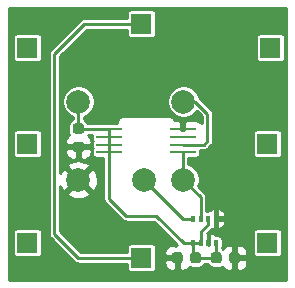
<source format=gbr>
%TF.GenerationSoftware,KiCad,Pcbnew,(5.1.10)-1*%
%TF.CreationDate,2023-09-10T10:41:42-05:00*%
%TF.ProjectId,perovskite_contact_board,7065726f-7673-46b6-9974-655f636f6e74,V3*%
%TF.SameCoordinates,Original*%
%TF.FileFunction,Copper,L2,Bot*%
%TF.FilePolarity,Positive*%
%FSLAX46Y46*%
G04 Gerber Fmt 4.6, Leading zero omitted, Abs format (unit mm)*
G04 Created by KiCad (PCBNEW (5.1.10)-1) date 2023-09-10 10:41:42*
%MOMM*%
%LPD*%
G01*
G04 APERTURE LIST*
%TA.AperFunction,SMDPad,CuDef*%
%ADD10C,2.000000*%
%TD*%
%TA.AperFunction,ComponentPad*%
%ADD11R,1.700000X1.700000*%
%TD*%
%TA.AperFunction,SMDPad,CuDef*%
%ADD12R,0.350000X0.500000*%
%TD*%
%TA.AperFunction,SMDPad,CuDef*%
%ADD13R,2.200000X0.220000*%
%TD*%
%TA.AperFunction,Conductor*%
%ADD14C,0.228600*%
%TD*%
%TA.AperFunction,Conductor*%
%ADD15C,0.254000*%
%TD*%
%TA.AperFunction,Conductor*%
%ADD16C,0.100000*%
%TD*%
G04 APERTURE END LIST*
D10*
%TO.P,JP103.2,1*%
%TO.N,SCL2*%
X162814000Y-113792000D03*
%TD*%
D11*
%TO.P,JP102.7,1*%
%TO.N,CP_3*%
X162560000Y-100584000D03*
%TD*%
%TO.P,JP102.6,1*%
%TO.N,CELL_18*%
X173228000Y-119126000D03*
%TD*%
%TO.P,JP102.5,1*%
%TO.N,CELL_17*%
X173228000Y-110744000D03*
%TD*%
%TO.P,JP102.4,1*%
%TO.N,CELL_16*%
X173482000Y-102616000D03*
%TD*%
%TO.P,JP102.3,1*%
%TO.N,CELL_15*%
X152908000Y-102616000D03*
%TD*%
%TO.P,JP102.2,1*%
%TO.N,CELL_14*%
X152908000Y-110744000D03*
%TD*%
%TO.P,JP102.1,1*%
%TO.N,CELL_13*%
X152908000Y-119126000D03*
%TD*%
%TO.P,JP102.8,1*%
%TO.N,CP_3*%
X162560000Y-120396000D03*
%TD*%
D12*
%TO.P,U7,5*%
%TO.N,VDDF*%
X166919000Y-119135000D03*
%TO.P,U7,6*%
X167569000Y-119135000D03*
%TO.P,U7,7*%
%TO.N,GND*%
X168219000Y-119135000D03*
%TO.P,U7,8*%
%TO.N,VDDF*%
X168869000Y-119135000D03*
%TO.P,U7,1*%
%TO.N,GND*%
X168869000Y-117085000D03*
%TO.P,U7,2*%
%TO.N,VDDF*%
X168219000Y-117085000D03*
%TO.P,U7,3*%
%TO.N,SDA3*%
X167569000Y-117085000D03*
%TO.P,U7,4*%
%TO.N,SCL2*%
X166919000Y-117085000D03*
%TD*%
%TO.P,C5,2*%
%TO.N,GND*%
%TA.AperFunction,SMDPad,CuDef*%
G36*
G01*
X156976000Y-110561000D02*
X157476000Y-110561000D01*
G75*
G02*
X157701000Y-110786000I0J-225000D01*
G01*
X157701000Y-111236000D01*
G75*
G02*
X157476000Y-111461000I-225000J0D01*
G01*
X156976000Y-111461000D01*
G75*
G02*
X156751000Y-111236000I0J225000D01*
G01*
X156751000Y-110786000D01*
G75*
G02*
X156976000Y-110561000I225000J0D01*
G01*
G37*
%TD.AperFunction*%
%TO.P,C5,1*%
%TO.N,VDDF*%
%TA.AperFunction,SMDPad,CuDef*%
G36*
G01*
X156976000Y-109011000D02*
X157476000Y-109011000D01*
G75*
G02*
X157701000Y-109236000I0J-225000D01*
G01*
X157701000Y-109686000D01*
G75*
G02*
X157476000Y-109911000I-225000J0D01*
G01*
X156976000Y-109911000D01*
G75*
G02*
X156751000Y-109686000I0J225000D01*
G01*
X156751000Y-109236000D01*
G75*
G02*
X156976000Y-109011000I225000J0D01*
G01*
G37*
%TD.AperFunction*%
%TD*%
%TO.P,C2,2*%
%TO.N,GND*%
%TA.AperFunction,SMDPad,CuDef*%
G36*
G01*
X169997000Y-120646000D02*
X169997000Y-120146000D01*
G75*
G02*
X170222000Y-119921000I225000J0D01*
G01*
X170672000Y-119921000D01*
G75*
G02*
X170897000Y-120146000I0J-225000D01*
G01*
X170897000Y-120646000D01*
G75*
G02*
X170672000Y-120871000I-225000J0D01*
G01*
X170222000Y-120871000D01*
G75*
G02*
X169997000Y-120646000I0J225000D01*
G01*
G37*
%TD.AperFunction*%
%TO.P,C2,1*%
%TO.N,VDDF*%
%TA.AperFunction,SMDPad,CuDef*%
G36*
G01*
X168447000Y-120646000D02*
X168447000Y-120146000D01*
G75*
G02*
X168672000Y-119921000I225000J0D01*
G01*
X169122000Y-119921000D01*
G75*
G02*
X169347000Y-120146000I0J-225000D01*
G01*
X169347000Y-120646000D01*
G75*
G02*
X169122000Y-120871000I-225000J0D01*
G01*
X168672000Y-120871000D01*
G75*
G02*
X168447000Y-120646000I0J225000D01*
G01*
G37*
%TD.AperFunction*%
%TD*%
%TO.P,C1,2*%
%TO.N,GND*%
%TA.AperFunction,SMDPad,CuDef*%
G36*
G01*
X166045000Y-120146000D02*
X166045000Y-120646000D01*
G75*
G02*
X165820000Y-120871000I-225000J0D01*
G01*
X165370000Y-120871000D01*
G75*
G02*
X165145000Y-120646000I0J225000D01*
G01*
X165145000Y-120146000D01*
G75*
G02*
X165370000Y-119921000I225000J0D01*
G01*
X165820000Y-119921000D01*
G75*
G02*
X166045000Y-120146000I0J-225000D01*
G01*
G37*
%TD.AperFunction*%
%TO.P,C1,1*%
%TO.N,VDDF*%
%TA.AperFunction,SMDPad,CuDef*%
G36*
G01*
X167595000Y-120146000D02*
X167595000Y-120646000D01*
G75*
G02*
X167370000Y-120871000I-225000J0D01*
G01*
X166920000Y-120871000D01*
G75*
G02*
X166695000Y-120646000I0J225000D01*
G01*
X166695000Y-120146000D01*
G75*
G02*
X166920000Y-119921000I225000J0D01*
G01*
X167370000Y-119921000D01*
G75*
G02*
X167595000Y-120146000I0J-225000D01*
G01*
G37*
%TD.AperFunction*%
%TD*%
D10*
%TO.P,JP103.11,1*%
%TO.N,SCL3*%
X166116000Y-107188000D03*
%TD*%
%TO.P,JP103.10,1*%
%TO.N,VDDF*%
X157226000Y-107188000D03*
%TD*%
%TO.P,JP103.12,1*%
%TO.N,SDA3*%
X166116000Y-113792000D03*
%TD*%
%TO.P,JP103.1,1*%
%TO.N,GND*%
X157226000Y-113792000D03*
%TD*%
D13*
%TO.P,U6,5*%
%TO.N,VDDF*%
X159841000Y-109515000D03*
%TO.P,U6,4*%
%TO.N,GND*%
X166041000Y-109515000D03*
%TO.P,U6,6*%
%TO.N,VDDF*%
X159841000Y-110165000D03*
%TO.P,U6,3*%
%TO.N,Net-(U6-Pad3)*%
X166041000Y-110165000D03*
%TO.P,U6,7*%
%TO.N,VDDF*%
X159841000Y-110815000D03*
%TO.P,U6,2*%
%TO.N,SCL3*%
X166041000Y-110815000D03*
%TO.P,U6,8*%
%TO.N,VDDF*%
X159841000Y-111465000D03*
%TO.P,U6,1*%
%TO.N,SDA3*%
X166041000Y-111465000D03*
%TD*%
D14*
%TO.N,CP_3*%
X162560000Y-120396000D02*
X157226000Y-120396000D01*
X157226000Y-120396000D02*
X155194000Y-118364000D01*
X155194000Y-118364000D02*
X155194000Y-103124000D01*
X157734000Y-100584000D02*
X162560000Y-100584000D01*
X155194000Y-103124000D02*
X157734000Y-100584000D01*
%TO.N,VDDF*%
X168897000Y-120396000D02*
X167145000Y-120396000D01*
X167569000Y-119135000D02*
X166919000Y-119135000D01*
X168869000Y-120368000D02*
X168897000Y-120396000D01*
X168869000Y-119135000D02*
X168869000Y-120368000D01*
X166919000Y-120170000D02*
X167145000Y-120396000D01*
X166919000Y-119135000D02*
X166919000Y-120170000D01*
%TO.N,SCL3*%
X166041000Y-110815000D02*
X167823000Y-110815000D01*
X167823000Y-110815000D02*
X168148000Y-110490000D01*
X168148000Y-110490000D02*
X168148000Y-108204000D01*
X167132000Y-107188000D02*
X166116000Y-107188000D01*
X168148000Y-108204000D02*
X167132000Y-107188000D01*
%TO.N,VDDF*%
X157280000Y-109515000D02*
X157226000Y-109461000D01*
X159841000Y-109515000D02*
X157280000Y-109515000D01*
X157226000Y-107188000D02*
X157226000Y-109461000D01*
X168219000Y-117085000D02*
X168219000Y-117531000D01*
X167569000Y-118181000D02*
X167569000Y-119135000D01*
X168219000Y-117531000D02*
X167569000Y-118181000D01*
X159841000Y-115391000D02*
X159841000Y-111073000D01*
X161290000Y-116840000D02*
X159841000Y-115391000D01*
X163830000Y-116840000D02*
X161290000Y-116840000D01*
X166125000Y-119135000D02*
X163830000Y-116840000D01*
X159841000Y-111073000D02*
X159841000Y-111465000D01*
X166919000Y-119135000D02*
X166125000Y-119135000D01*
X159841000Y-109515000D02*
X159841000Y-111073000D01*
%TO.N,SCL2*%
X166107000Y-117085000D02*
X162814000Y-113792000D01*
X166919000Y-117085000D02*
X166107000Y-117085000D01*
%TO.N,SDA3*%
X166041000Y-113717000D02*
X166116000Y-113792000D01*
X166041000Y-111465000D02*
X166041000Y-113717000D01*
X167569000Y-115245000D02*
X166116000Y-113792000D01*
X167569000Y-117085000D02*
X167569000Y-115245000D01*
%TD*%
D15*
%TO.N,GND*%
X174829001Y-122251000D02*
X151307000Y-122251000D01*
X151307000Y-118276000D01*
X151675157Y-118276000D01*
X151675157Y-119976000D01*
X151682513Y-120050689D01*
X151704299Y-120122508D01*
X151739678Y-120188696D01*
X151787289Y-120246711D01*
X151845304Y-120294322D01*
X151911492Y-120329701D01*
X151983311Y-120351487D01*
X152058000Y-120358843D01*
X153758000Y-120358843D01*
X153832689Y-120351487D01*
X153904508Y-120329701D01*
X153970696Y-120294322D01*
X154028711Y-120246711D01*
X154076322Y-120188696D01*
X154111701Y-120122508D01*
X154133487Y-120050689D01*
X154140843Y-119976000D01*
X154140843Y-118276000D01*
X154133487Y-118201311D01*
X154111701Y-118129492D01*
X154076322Y-118063304D01*
X154028711Y-118005289D01*
X153970696Y-117957678D01*
X153904508Y-117922299D01*
X153832689Y-117900513D01*
X153758000Y-117893157D01*
X152058000Y-117893157D01*
X151983311Y-117900513D01*
X151911492Y-117922299D01*
X151845304Y-117957678D01*
X151787289Y-118005289D01*
X151739678Y-118063304D01*
X151704299Y-118129492D01*
X151682513Y-118201311D01*
X151675157Y-118276000D01*
X151307000Y-118276000D01*
X151307000Y-109894000D01*
X151675157Y-109894000D01*
X151675157Y-111594000D01*
X151682513Y-111668689D01*
X151704299Y-111740508D01*
X151739678Y-111806696D01*
X151787289Y-111864711D01*
X151845304Y-111912322D01*
X151911492Y-111947701D01*
X151983311Y-111969487D01*
X152058000Y-111976843D01*
X153758000Y-111976843D01*
X153832689Y-111969487D01*
X153904508Y-111947701D01*
X153970696Y-111912322D01*
X154028711Y-111864711D01*
X154076322Y-111806696D01*
X154111701Y-111740508D01*
X154133487Y-111668689D01*
X154140843Y-111594000D01*
X154140843Y-109894000D01*
X154133487Y-109819311D01*
X154111701Y-109747492D01*
X154076322Y-109681304D01*
X154028711Y-109623289D01*
X153970696Y-109575678D01*
X153904508Y-109540299D01*
X153832689Y-109518513D01*
X153758000Y-109511157D01*
X152058000Y-109511157D01*
X151983311Y-109518513D01*
X151911492Y-109540299D01*
X151845304Y-109575678D01*
X151787289Y-109623289D01*
X151739678Y-109681304D01*
X151704299Y-109747492D01*
X151682513Y-109819311D01*
X151675157Y-109894000D01*
X151307000Y-109894000D01*
X151307000Y-101766000D01*
X151675157Y-101766000D01*
X151675157Y-103466000D01*
X151682513Y-103540689D01*
X151704299Y-103612508D01*
X151739678Y-103678696D01*
X151787289Y-103736711D01*
X151845304Y-103784322D01*
X151911492Y-103819701D01*
X151983311Y-103841487D01*
X152058000Y-103848843D01*
X153758000Y-103848843D01*
X153832689Y-103841487D01*
X153904508Y-103819701D01*
X153970696Y-103784322D01*
X154028711Y-103736711D01*
X154076322Y-103678696D01*
X154111701Y-103612508D01*
X154133487Y-103540689D01*
X154140843Y-103466000D01*
X154140843Y-103124000D01*
X154696305Y-103124000D01*
X154698701Y-103148327D01*
X154698700Y-118339683D01*
X154696305Y-118364000D01*
X154698700Y-118388317D01*
X154698700Y-118388326D01*
X154705867Y-118461095D01*
X154734189Y-118554459D01*
X154780181Y-118640505D01*
X154842076Y-118715924D01*
X154860975Y-118731434D01*
X156858570Y-120729030D01*
X156874076Y-120747924D01*
X156949495Y-120809819D01*
X157035540Y-120855811D01*
X157128904Y-120884133D01*
X157201673Y-120891300D01*
X157201683Y-120891300D01*
X157226000Y-120893695D01*
X157250317Y-120891300D01*
X161327157Y-120891300D01*
X161327157Y-121246000D01*
X161334513Y-121320689D01*
X161356299Y-121392508D01*
X161391678Y-121458696D01*
X161439289Y-121516711D01*
X161497304Y-121564322D01*
X161563492Y-121599701D01*
X161635311Y-121621487D01*
X161710000Y-121628843D01*
X163410000Y-121628843D01*
X163484689Y-121621487D01*
X163556508Y-121599701D01*
X163622696Y-121564322D01*
X163680711Y-121516711D01*
X163728322Y-121458696D01*
X163763701Y-121392508D01*
X163785487Y-121320689D01*
X163792843Y-121246000D01*
X163792843Y-120871000D01*
X164506928Y-120871000D01*
X164519188Y-120995482D01*
X164555498Y-121115180D01*
X164614463Y-121225494D01*
X164693815Y-121322185D01*
X164790506Y-121401537D01*
X164900820Y-121460502D01*
X165020518Y-121496812D01*
X165145000Y-121509072D01*
X165309250Y-121506000D01*
X165468000Y-121347250D01*
X165468000Y-120523000D01*
X164668750Y-120523000D01*
X164510000Y-120681750D01*
X164506928Y-120871000D01*
X163792843Y-120871000D01*
X163792843Y-119546000D01*
X163785487Y-119471311D01*
X163763701Y-119399492D01*
X163728322Y-119333304D01*
X163680711Y-119275289D01*
X163622696Y-119227678D01*
X163556508Y-119192299D01*
X163484689Y-119170513D01*
X163410000Y-119163157D01*
X161710000Y-119163157D01*
X161635311Y-119170513D01*
X161563492Y-119192299D01*
X161497304Y-119227678D01*
X161439289Y-119275289D01*
X161391678Y-119333304D01*
X161356299Y-119399492D01*
X161334513Y-119471311D01*
X161327157Y-119546000D01*
X161327157Y-119900700D01*
X157431160Y-119900700D01*
X155689300Y-118158841D01*
X155689300Y-114927413D01*
X156270192Y-114927413D01*
X156365956Y-115191814D01*
X156655571Y-115332704D01*
X156967108Y-115414384D01*
X157288595Y-115433718D01*
X157607675Y-115389961D01*
X157912088Y-115284795D01*
X158086044Y-115191814D01*
X158181808Y-114927413D01*
X157226000Y-113971605D01*
X156270192Y-114927413D01*
X155689300Y-114927413D01*
X155689300Y-114351001D01*
X155733205Y-114478088D01*
X155826186Y-114652044D01*
X156090587Y-114747808D01*
X157046395Y-113792000D01*
X157405605Y-113792000D01*
X158361413Y-114747808D01*
X158625814Y-114652044D01*
X158766704Y-114362429D01*
X158848384Y-114050892D01*
X158867718Y-113729405D01*
X158823961Y-113410325D01*
X158718795Y-113105912D01*
X158625814Y-112931956D01*
X158361413Y-112836192D01*
X157405605Y-113792000D01*
X157046395Y-113792000D01*
X156090587Y-112836192D01*
X155826186Y-112931956D01*
X155689300Y-113213340D01*
X155689300Y-112656587D01*
X156270192Y-112656587D01*
X157226000Y-113612395D01*
X158181808Y-112656587D01*
X158086044Y-112392186D01*
X157796429Y-112251296D01*
X157484892Y-112169616D01*
X157163405Y-112150282D01*
X156844325Y-112194039D01*
X156539912Y-112299205D01*
X156365956Y-112392186D01*
X156270192Y-112656587D01*
X155689300Y-112656587D01*
X155689300Y-111461000D01*
X156112928Y-111461000D01*
X156125188Y-111585482D01*
X156161498Y-111705180D01*
X156220463Y-111815494D01*
X156299815Y-111912185D01*
X156396506Y-111991537D01*
X156506820Y-112050502D01*
X156626518Y-112086812D01*
X156751000Y-112099072D01*
X156940250Y-112096000D01*
X157099000Y-111937250D01*
X157099000Y-111138000D01*
X157353000Y-111138000D01*
X157353000Y-111937250D01*
X157511750Y-112096000D01*
X157701000Y-112099072D01*
X157825482Y-112086812D01*
X157945180Y-112050502D01*
X158055494Y-111991537D01*
X158152185Y-111912185D01*
X158231537Y-111815494D01*
X158290502Y-111705180D01*
X158326812Y-111585482D01*
X158339072Y-111461000D01*
X158336000Y-111296750D01*
X158177250Y-111138000D01*
X157353000Y-111138000D01*
X157099000Y-111138000D01*
X156274750Y-111138000D01*
X156116000Y-111296750D01*
X156112928Y-111461000D01*
X155689300Y-111461000D01*
X155689300Y-107051983D01*
X155845000Y-107051983D01*
X155845000Y-107324017D01*
X155898071Y-107590823D01*
X156002174Y-107842149D01*
X156153307Y-108068336D01*
X156345664Y-108260693D01*
X156571851Y-108411826D01*
X156730701Y-108477624D01*
X156730701Y-108681208D01*
X156638301Y-108730597D01*
X156546190Y-108806190D01*
X156470597Y-108898301D01*
X156414426Y-109003389D01*
X156379837Y-109117416D01*
X156368157Y-109236000D01*
X156368157Y-109686000D01*
X156379837Y-109804584D01*
X156414426Y-109918611D01*
X156456945Y-109998157D01*
X156396506Y-110030463D01*
X156299815Y-110109815D01*
X156220463Y-110206506D01*
X156161498Y-110316820D01*
X156125188Y-110436518D01*
X156112928Y-110561000D01*
X156116000Y-110725250D01*
X156274750Y-110884000D01*
X157099000Y-110884000D01*
X157099000Y-110864000D01*
X157353000Y-110864000D01*
X157353000Y-110884000D01*
X158177250Y-110884000D01*
X158336000Y-110725250D01*
X158339072Y-110561000D01*
X158326812Y-110436518D01*
X158290502Y-110316820D01*
X158231537Y-110206506D01*
X158152185Y-110109815D01*
X158055494Y-110030463D01*
X158017772Y-110010300D01*
X158362559Y-110010300D01*
X158358157Y-110055000D01*
X158358157Y-110275000D01*
X158365513Y-110349689D01*
X158387299Y-110421508D01*
X158422678Y-110487696D01*
X158424569Y-110490000D01*
X158422678Y-110492304D01*
X158387299Y-110558492D01*
X158365513Y-110630311D01*
X158358157Y-110705000D01*
X158358157Y-110925000D01*
X158365513Y-110999689D01*
X158387299Y-111071508D01*
X158422678Y-111137696D01*
X158424569Y-111140000D01*
X158422678Y-111142304D01*
X158387299Y-111208492D01*
X158365513Y-111280311D01*
X158358157Y-111355000D01*
X158358157Y-111575000D01*
X158365513Y-111649689D01*
X158387299Y-111721508D01*
X158422678Y-111787696D01*
X158470289Y-111845711D01*
X158528304Y-111893322D01*
X158594492Y-111928701D01*
X158666311Y-111950487D01*
X158741000Y-111957843D01*
X159345701Y-111957843D01*
X159345700Y-115366683D01*
X159343305Y-115391000D01*
X159345700Y-115415317D01*
X159345700Y-115415326D01*
X159352867Y-115488095D01*
X159381189Y-115581459D01*
X159427181Y-115667505D01*
X159489076Y-115742924D01*
X159507975Y-115758434D01*
X160922568Y-117173028D01*
X160938076Y-117191924D01*
X160956970Y-117207430D01*
X160956971Y-117207431D01*
X161013494Y-117253819D01*
X161053982Y-117275460D01*
X161099540Y-117299811D01*
X161192904Y-117328133D01*
X161265673Y-117335300D01*
X161265682Y-117335300D01*
X161289999Y-117337695D01*
X161314316Y-117335300D01*
X163624841Y-117335300D01*
X165575540Y-119286000D01*
X165467998Y-119286000D01*
X165467998Y-119444748D01*
X165309250Y-119286000D01*
X165145000Y-119282928D01*
X165020518Y-119295188D01*
X164900820Y-119331498D01*
X164790506Y-119390463D01*
X164693815Y-119469815D01*
X164614463Y-119566506D01*
X164555498Y-119676820D01*
X164519188Y-119796518D01*
X164506928Y-119921000D01*
X164510000Y-120110250D01*
X164668750Y-120269000D01*
X165468000Y-120269000D01*
X165468000Y-120249000D01*
X165722000Y-120249000D01*
X165722000Y-120269000D01*
X165742000Y-120269000D01*
X165742000Y-120523000D01*
X165722000Y-120523000D01*
X165722000Y-121347250D01*
X165880750Y-121506000D01*
X166045000Y-121509072D01*
X166169482Y-121496812D01*
X166289180Y-121460502D01*
X166399494Y-121401537D01*
X166496185Y-121322185D01*
X166575537Y-121225494D01*
X166607843Y-121165055D01*
X166687389Y-121207574D01*
X166801416Y-121242163D01*
X166920000Y-121253843D01*
X167370000Y-121253843D01*
X167488584Y-121242163D01*
X167602611Y-121207574D01*
X167707699Y-121151403D01*
X167799810Y-121075810D01*
X167875403Y-120983699D01*
X167924792Y-120891300D01*
X168117208Y-120891300D01*
X168166597Y-120983699D01*
X168242190Y-121075810D01*
X168334301Y-121151403D01*
X168439389Y-121207574D01*
X168553416Y-121242163D01*
X168672000Y-121253843D01*
X169122000Y-121253843D01*
X169240584Y-121242163D01*
X169354611Y-121207574D01*
X169434157Y-121165055D01*
X169466463Y-121225494D01*
X169545815Y-121322185D01*
X169642506Y-121401537D01*
X169752820Y-121460502D01*
X169872518Y-121496812D01*
X169997000Y-121509072D01*
X170161250Y-121506000D01*
X170320000Y-121347250D01*
X170320000Y-120523000D01*
X170574000Y-120523000D01*
X170574000Y-121347250D01*
X170732750Y-121506000D01*
X170897000Y-121509072D01*
X171021482Y-121496812D01*
X171141180Y-121460502D01*
X171251494Y-121401537D01*
X171348185Y-121322185D01*
X171427537Y-121225494D01*
X171486502Y-121115180D01*
X171522812Y-120995482D01*
X171535072Y-120871000D01*
X171532000Y-120681750D01*
X171373250Y-120523000D01*
X170574000Y-120523000D01*
X170320000Y-120523000D01*
X170300000Y-120523000D01*
X170300000Y-120269000D01*
X170320000Y-120269000D01*
X170320000Y-119444750D01*
X170574000Y-119444750D01*
X170574000Y-120269000D01*
X171373250Y-120269000D01*
X171532000Y-120110250D01*
X171535072Y-119921000D01*
X171522812Y-119796518D01*
X171486502Y-119676820D01*
X171427537Y-119566506D01*
X171348185Y-119469815D01*
X171251494Y-119390463D01*
X171141180Y-119331498D01*
X171021482Y-119295188D01*
X170897000Y-119282928D01*
X170732750Y-119286000D01*
X170574000Y-119444750D01*
X170320000Y-119444750D01*
X170161250Y-119286000D01*
X169997000Y-119282928D01*
X169872518Y-119295188D01*
X169752820Y-119331498D01*
X169642506Y-119390463D01*
X169545815Y-119469815D01*
X169466463Y-119566506D01*
X169434157Y-119626945D01*
X169366125Y-119590581D01*
X169397701Y-119531508D01*
X169419487Y-119459689D01*
X169426843Y-119385000D01*
X169426843Y-118885000D01*
X169419487Y-118810311D01*
X169397701Y-118738492D01*
X169362322Y-118672304D01*
X169314711Y-118614289D01*
X169256696Y-118566678D01*
X169190508Y-118531299D01*
X169118689Y-118509513D01*
X169044000Y-118502157D01*
X168900671Y-118502157D01*
X168857625Y-118446608D01*
X168763190Y-118364583D01*
X168654568Y-118302557D01*
X168575094Y-118276000D01*
X171995157Y-118276000D01*
X171995157Y-119976000D01*
X172002513Y-120050689D01*
X172024299Y-120122508D01*
X172059678Y-120188696D01*
X172107289Y-120246711D01*
X172165304Y-120294322D01*
X172231492Y-120329701D01*
X172303311Y-120351487D01*
X172378000Y-120358843D01*
X174078000Y-120358843D01*
X174152689Y-120351487D01*
X174224508Y-120329701D01*
X174290696Y-120294322D01*
X174348711Y-120246711D01*
X174396322Y-120188696D01*
X174431701Y-120122508D01*
X174453487Y-120050689D01*
X174460843Y-119976000D01*
X174460843Y-118276000D01*
X174453487Y-118201311D01*
X174431701Y-118129492D01*
X174396322Y-118063304D01*
X174348711Y-118005289D01*
X174290696Y-117957678D01*
X174224508Y-117922299D01*
X174152689Y-117900513D01*
X174078000Y-117893157D01*
X172378000Y-117893157D01*
X172303311Y-117900513D01*
X172231492Y-117922299D01*
X172165304Y-117957678D01*
X172107289Y-118005289D01*
X172059678Y-118063304D01*
X172024299Y-118129492D01*
X172002513Y-118201311D01*
X171995157Y-118276000D01*
X168575094Y-118276000D01*
X168535932Y-118262914D01*
X168425750Y-118250000D01*
X168267000Y-118408750D01*
X168267000Y-119012000D01*
X168311157Y-119012000D01*
X168311157Y-119258000D01*
X168267000Y-119258000D01*
X168267000Y-119282000D01*
X168171000Y-119282000D01*
X168171000Y-119258000D01*
X168126843Y-119258000D01*
X168126843Y-119012000D01*
X168171000Y-119012000D01*
X168171000Y-118408750D01*
X168106355Y-118344105D01*
X168508075Y-117942385D01*
X168552068Y-117957086D01*
X168662250Y-117970000D01*
X168821000Y-117811250D01*
X168821000Y-117208000D01*
X168917000Y-117208000D01*
X168917000Y-117811250D01*
X169075750Y-117970000D01*
X169185932Y-117957086D01*
X169304568Y-117917443D01*
X169413190Y-117855417D01*
X169507625Y-117773392D01*
X169584243Y-117674520D01*
X169640099Y-117562600D01*
X169673048Y-117441934D01*
X169679000Y-117366750D01*
X169520250Y-117208000D01*
X168917000Y-117208000D01*
X168821000Y-117208000D01*
X168776843Y-117208000D01*
X168776843Y-116962000D01*
X168821000Y-116962000D01*
X168821000Y-116358750D01*
X168917000Y-116358750D01*
X168917000Y-116962000D01*
X169520250Y-116962000D01*
X169679000Y-116803250D01*
X169673048Y-116728066D01*
X169640099Y-116607400D01*
X169584243Y-116495480D01*
X169507625Y-116396608D01*
X169413190Y-116314583D01*
X169304568Y-116252557D01*
X169185932Y-116212914D01*
X169075750Y-116200000D01*
X168917000Y-116358750D01*
X168821000Y-116358750D01*
X168662250Y-116200000D01*
X168552068Y-116212914D01*
X168433432Y-116252557D01*
X168324810Y-116314583D01*
X168230375Y-116396608D01*
X168187329Y-116452157D01*
X168064300Y-116452157D01*
X168064300Y-115269316D01*
X168066695Y-115244999D01*
X168064300Y-115220682D01*
X168064300Y-115220673D01*
X168057133Y-115147904D01*
X168028811Y-115054540D01*
X167987462Y-114977181D01*
X167982819Y-114968494D01*
X167936431Y-114911971D01*
X167936430Y-114911970D01*
X167920924Y-114893076D01*
X167902030Y-114877570D01*
X167378131Y-114353672D01*
X167443929Y-114194823D01*
X167497000Y-113928017D01*
X167497000Y-113655983D01*
X167443929Y-113389177D01*
X167339826Y-113137851D01*
X167188693Y-112911664D01*
X166996336Y-112719307D01*
X166770149Y-112568174D01*
X166536300Y-112471310D01*
X166536300Y-111957843D01*
X167141000Y-111957843D01*
X167215689Y-111950487D01*
X167287508Y-111928701D01*
X167353696Y-111893322D01*
X167411711Y-111845711D01*
X167459322Y-111787696D01*
X167494701Y-111721508D01*
X167516487Y-111649689D01*
X167523843Y-111575000D01*
X167523843Y-111355000D01*
X167519441Y-111310300D01*
X167798683Y-111310300D01*
X167823000Y-111312695D01*
X167847317Y-111310300D01*
X167847327Y-111310300D01*
X167920096Y-111303133D01*
X168013460Y-111274811D01*
X168099505Y-111228819D01*
X168174924Y-111166924D01*
X168190434Y-111148025D01*
X168481025Y-110857434D01*
X168499924Y-110841924D01*
X168537207Y-110796495D01*
X168561819Y-110766506D01*
X168607810Y-110680461D01*
X168607811Y-110680460D01*
X168636133Y-110587096D01*
X168643300Y-110514327D01*
X168643300Y-110514318D01*
X168645695Y-110490001D01*
X168643300Y-110465684D01*
X168643300Y-109894000D01*
X171995157Y-109894000D01*
X171995157Y-111594000D01*
X172002513Y-111668689D01*
X172024299Y-111740508D01*
X172059678Y-111806696D01*
X172107289Y-111864711D01*
X172165304Y-111912322D01*
X172231492Y-111947701D01*
X172303311Y-111969487D01*
X172378000Y-111976843D01*
X174078000Y-111976843D01*
X174152689Y-111969487D01*
X174224508Y-111947701D01*
X174290696Y-111912322D01*
X174348711Y-111864711D01*
X174396322Y-111806696D01*
X174431701Y-111740508D01*
X174453487Y-111668689D01*
X174460843Y-111594000D01*
X174460843Y-109894000D01*
X174453487Y-109819311D01*
X174431701Y-109747492D01*
X174396322Y-109681304D01*
X174348711Y-109623289D01*
X174290696Y-109575678D01*
X174224508Y-109540299D01*
X174152689Y-109518513D01*
X174078000Y-109511157D01*
X172378000Y-109511157D01*
X172303311Y-109518513D01*
X172231492Y-109540299D01*
X172165304Y-109575678D01*
X172107289Y-109623289D01*
X172059678Y-109681304D01*
X172024299Y-109747492D01*
X172002513Y-109819311D01*
X171995157Y-109894000D01*
X168643300Y-109894000D01*
X168643300Y-108228317D01*
X168645695Y-108204000D01*
X168643300Y-108179683D01*
X168643300Y-108179673D01*
X168636133Y-108106904D01*
X168607811Y-108013540D01*
X168561819Y-107927495D01*
X168499924Y-107852076D01*
X168481030Y-107836570D01*
X167499434Y-106854975D01*
X167483924Y-106836076D01*
X167448226Y-106806779D01*
X167443929Y-106785177D01*
X167339826Y-106533851D01*
X167188693Y-106307664D01*
X166996336Y-106115307D01*
X166770149Y-105964174D01*
X166518823Y-105860071D01*
X166252017Y-105807000D01*
X165979983Y-105807000D01*
X165713177Y-105860071D01*
X165461851Y-105964174D01*
X165235664Y-106115307D01*
X165043307Y-106307664D01*
X164892174Y-106533851D01*
X164788071Y-106785177D01*
X164735000Y-107051983D01*
X164735000Y-107324017D01*
X164788071Y-107590823D01*
X164892174Y-107842149D01*
X165043307Y-108068336D01*
X165235664Y-108260693D01*
X165461851Y-108411826D01*
X165713177Y-108515929D01*
X165979983Y-108569000D01*
X166252017Y-108569000D01*
X166518823Y-108515929D01*
X166770149Y-108411826D01*
X166996336Y-108260693D01*
X167188693Y-108068336D01*
X167238033Y-107994493D01*
X167652701Y-108409161D01*
X167652701Y-109026537D01*
X167584361Y-108946124D01*
X167486320Y-108868446D01*
X167375008Y-108811387D01*
X167254704Y-108777141D01*
X167130029Y-108767022D01*
X166326750Y-108770000D01*
X166168000Y-108928750D01*
X166168000Y-109625000D01*
X165914000Y-109625000D01*
X165914000Y-108928750D01*
X165755250Y-108770000D01*
X165374029Y-108768587D01*
X165373125Y-108759410D01*
X165349910Y-108682879D01*
X165312210Y-108612347D01*
X165261474Y-108550526D01*
X165199653Y-108499790D01*
X165129121Y-108462090D01*
X165052590Y-108438875D01*
X164992941Y-108433000D01*
X164973000Y-108431036D01*
X164953060Y-108433000D01*
X160928940Y-108433000D01*
X160909000Y-108431036D01*
X160889059Y-108433000D01*
X160829410Y-108438875D01*
X160752879Y-108462090D01*
X160682347Y-108499790D01*
X160620526Y-108550526D01*
X160569790Y-108612347D01*
X160532090Y-108682879D01*
X160508875Y-108759410D01*
X160501036Y-108839000D01*
X160503000Y-108858941D01*
X160503000Y-109022157D01*
X159890274Y-109022157D01*
X159865327Y-109019700D01*
X159841000Y-109017304D01*
X159816673Y-109019700D01*
X158042522Y-109019700D01*
X158037574Y-109003389D01*
X157981403Y-108898301D01*
X157905810Y-108806190D01*
X157813699Y-108730597D01*
X157721300Y-108681208D01*
X157721300Y-108477624D01*
X157880149Y-108411826D01*
X158106336Y-108260693D01*
X158298693Y-108068336D01*
X158449826Y-107842149D01*
X158553929Y-107590823D01*
X158607000Y-107324017D01*
X158607000Y-107051983D01*
X158553929Y-106785177D01*
X158449826Y-106533851D01*
X158298693Y-106307664D01*
X158106336Y-106115307D01*
X157880149Y-105964174D01*
X157628823Y-105860071D01*
X157362017Y-105807000D01*
X157089983Y-105807000D01*
X156823177Y-105860071D01*
X156571851Y-105964174D01*
X156345664Y-106115307D01*
X156153307Y-106307664D01*
X156002174Y-106533851D01*
X155898071Y-106785177D01*
X155845000Y-107051983D01*
X155689300Y-107051983D01*
X155689300Y-103329159D01*
X157939160Y-101079300D01*
X161327157Y-101079300D01*
X161327157Y-101434000D01*
X161334513Y-101508689D01*
X161356299Y-101580508D01*
X161391678Y-101646696D01*
X161439289Y-101704711D01*
X161497304Y-101752322D01*
X161563492Y-101787701D01*
X161635311Y-101809487D01*
X161710000Y-101816843D01*
X163410000Y-101816843D01*
X163484689Y-101809487D01*
X163556508Y-101787701D01*
X163597106Y-101766000D01*
X172249157Y-101766000D01*
X172249157Y-103466000D01*
X172256513Y-103540689D01*
X172278299Y-103612508D01*
X172313678Y-103678696D01*
X172361289Y-103736711D01*
X172419304Y-103784322D01*
X172485492Y-103819701D01*
X172557311Y-103841487D01*
X172632000Y-103848843D01*
X174332000Y-103848843D01*
X174406689Y-103841487D01*
X174478508Y-103819701D01*
X174544696Y-103784322D01*
X174602711Y-103736711D01*
X174650322Y-103678696D01*
X174685701Y-103612508D01*
X174707487Y-103540689D01*
X174714843Y-103466000D01*
X174714843Y-101766000D01*
X174707487Y-101691311D01*
X174685701Y-101619492D01*
X174650322Y-101553304D01*
X174602711Y-101495289D01*
X174544696Y-101447678D01*
X174478508Y-101412299D01*
X174406689Y-101390513D01*
X174332000Y-101383157D01*
X172632000Y-101383157D01*
X172557311Y-101390513D01*
X172485492Y-101412299D01*
X172419304Y-101447678D01*
X172361289Y-101495289D01*
X172313678Y-101553304D01*
X172278299Y-101619492D01*
X172256513Y-101691311D01*
X172249157Y-101766000D01*
X163597106Y-101766000D01*
X163622696Y-101752322D01*
X163680711Y-101704711D01*
X163728322Y-101646696D01*
X163763701Y-101580508D01*
X163785487Y-101508689D01*
X163792843Y-101434000D01*
X163792843Y-99734000D01*
X163785487Y-99659311D01*
X163763701Y-99587492D01*
X163728322Y-99521304D01*
X163680711Y-99463289D01*
X163622696Y-99415678D01*
X163556508Y-99380299D01*
X163484689Y-99358513D01*
X163410000Y-99351157D01*
X161710000Y-99351157D01*
X161635311Y-99358513D01*
X161563492Y-99380299D01*
X161497304Y-99415678D01*
X161439289Y-99463289D01*
X161391678Y-99521304D01*
X161356299Y-99587492D01*
X161334513Y-99659311D01*
X161327157Y-99734000D01*
X161327157Y-100088700D01*
X157758316Y-100088700D01*
X157733999Y-100086305D01*
X157709682Y-100088700D01*
X157709673Y-100088700D01*
X157636904Y-100095867D01*
X157543540Y-100124189D01*
X157503486Y-100145598D01*
X157457494Y-100170181D01*
X157400971Y-100216569D01*
X157382076Y-100232076D01*
X157366570Y-100250970D01*
X154860971Y-102756570D01*
X154842077Y-102772076D01*
X154826571Y-102790970D01*
X154826569Y-102790972D01*
X154780181Y-102847496D01*
X154734189Y-102933541D01*
X154705868Y-103026905D01*
X154696305Y-103124000D01*
X154140843Y-103124000D01*
X154140843Y-101766000D01*
X154133487Y-101691311D01*
X154111701Y-101619492D01*
X154076322Y-101553304D01*
X154028711Y-101495289D01*
X153970696Y-101447678D01*
X153904508Y-101412299D01*
X153832689Y-101390513D01*
X153758000Y-101383157D01*
X152058000Y-101383157D01*
X151983311Y-101390513D01*
X151911492Y-101412299D01*
X151845304Y-101447678D01*
X151787289Y-101495289D01*
X151739678Y-101553304D01*
X151704299Y-101619492D01*
X151682513Y-101691311D01*
X151675157Y-101766000D01*
X151307000Y-101766000D01*
X151307000Y-99237000D01*
X174829000Y-99237000D01*
X174829001Y-122251000D01*
%TA.AperFunction,Conductor*%
D16*
G36*
X174829001Y-122251000D02*
G01*
X151307000Y-122251000D01*
X151307000Y-118276000D01*
X151675157Y-118276000D01*
X151675157Y-119976000D01*
X151682513Y-120050689D01*
X151704299Y-120122508D01*
X151739678Y-120188696D01*
X151787289Y-120246711D01*
X151845304Y-120294322D01*
X151911492Y-120329701D01*
X151983311Y-120351487D01*
X152058000Y-120358843D01*
X153758000Y-120358843D01*
X153832689Y-120351487D01*
X153904508Y-120329701D01*
X153970696Y-120294322D01*
X154028711Y-120246711D01*
X154076322Y-120188696D01*
X154111701Y-120122508D01*
X154133487Y-120050689D01*
X154140843Y-119976000D01*
X154140843Y-118276000D01*
X154133487Y-118201311D01*
X154111701Y-118129492D01*
X154076322Y-118063304D01*
X154028711Y-118005289D01*
X153970696Y-117957678D01*
X153904508Y-117922299D01*
X153832689Y-117900513D01*
X153758000Y-117893157D01*
X152058000Y-117893157D01*
X151983311Y-117900513D01*
X151911492Y-117922299D01*
X151845304Y-117957678D01*
X151787289Y-118005289D01*
X151739678Y-118063304D01*
X151704299Y-118129492D01*
X151682513Y-118201311D01*
X151675157Y-118276000D01*
X151307000Y-118276000D01*
X151307000Y-109894000D01*
X151675157Y-109894000D01*
X151675157Y-111594000D01*
X151682513Y-111668689D01*
X151704299Y-111740508D01*
X151739678Y-111806696D01*
X151787289Y-111864711D01*
X151845304Y-111912322D01*
X151911492Y-111947701D01*
X151983311Y-111969487D01*
X152058000Y-111976843D01*
X153758000Y-111976843D01*
X153832689Y-111969487D01*
X153904508Y-111947701D01*
X153970696Y-111912322D01*
X154028711Y-111864711D01*
X154076322Y-111806696D01*
X154111701Y-111740508D01*
X154133487Y-111668689D01*
X154140843Y-111594000D01*
X154140843Y-109894000D01*
X154133487Y-109819311D01*
X154111701Y-109747492D01*
X154076322Y-109681304D01*
X154028711Y-109623289D01*
X153970696Y-109575678D01*
X153904508Y-109540299D01*
X153832689Y-109518513D01*
X153758000Y-109511157D01*
X152058000Y-109511157D01*
X151983311Y-109518513D01*
X151911492Y-109540299D01*
X151845304Y-109575678D01*
X151787289Y-109623289D01*
X151739678Y-109681304D01*
X151704299Y-109747492D01*
X151682513Y-109819311D01*
X151675157Y-109894000D01*
X151307000Y-109894000D01*
X151307000Y-101766000D01*
X151675157Y-101766000D01*
X151675157Y-103466000D01*
X151682513Y-103540689D01*
X151704299Y-103612508D01*
X151739678Y-103678696D01*
X151787289Y-103736711D01*
X151845304Y-103784322D01*
X151911492Y-103819701D01*
X151983311Y-103841487D01*
X152058000Y-103848843D01*
X153758000Y-103848843D01*
X153832689Y-103841487D01*
X153904508Y-103819701D01*
X153970696Y-103784322D01*
X154028711Y-103736711D01*
X154076322Y-103678696D01*
X154111701Y-103612508D01*
X154133487Y-103540689D01*
X154140843Y-103466000D01*
X154140843Y-103124000D01*
X154696305Y-103124000D01*
X154698701Y-103148327D01*
X154698700Y-118339683D01*
X154696305Y-118364000D01*
X154698700Y-118388317D01*
X154698700Y-118388326D01*
X154705867Y-118461095D01*
X154734189Y-118554459D01*
X154780181Y-118640505D01*
X154842076Y-118715924D01*
X154860975Y-118731434D01*
X156858570Y-120729030D01*
X156874076Y-120747924D01*
X156949495Y-120809819D01*
X157035540Y-120855811D01*
X157128904Y-120884133D01*
X157201673Y-120891300D01*
X157201683Y-120891300D01*
X157226000Y-120893695D01*
X157250317Y-120891300D01*
X161327157Y-120891300D01*
X161327157Y-121246000D01*
X161334513Y-121320689D01*
X161356299Y-121392508D01*
X161391678Y-121458696D01*
X161439289Y-121516711D01*
X161497304Y-121564322D01*
X161563492Y-121599701D01*
X161635311Y-121621487D01*
X161710000Y-121628843D01*
X163410000Y-121628843D01*
X163484689Y-121621487D01*
X163556508Y-121599701D01*
X163622696Y-121564322D01*
X163680711Y-121516711D01*
X163728322Y-121458696D01*
X163763701Y-121392508D01*
X163785487Y-121320689D01*
X163792843Y-121246000D01*
X163792843Y-120871000D01*
X164506928Y-120871000D01*
X164519188Y-120995482D01*
X164555498Y-121115180D01*
X164614463Y-121225494D01*
X164693815Y-121322185D01*
X164790506Y-121401537D01*
X164900820Y-121460502D01*
X165020518Y-121496812D01*
X165145000Y-121509072D01*
X165309250Y-121506000D01*
X165468000Y-121347250D01*
X165468000Y-120523000D01*
X164668750Y-120523000D01*
X164510000Y-120681750D01*
X164506928Y-120871000D01*
X163792843Y-120871000D01*
X163792843Y-119546000D01*
X163785487Y-119471311D01*
X163763701Y-119399492D01*
X163728322Y-119333304D01*
X163680711Y-119275289D01*
X163622696Y-119227678D01*
X163556508Y-119192299D01*
X163484689Y-119170513D01*
X163410000Y-119163157D01*
X161710000Y-119163157D01*
X161635311Y-119170513D01*
X161563492Y-119192299D01*
X161497304Y-119227678D01*
X161439289Y-119275289D01*
X161391678Y-119333304D01*
X161356299Y-119399492D01*
X161334513Y-119471311D01*
X161327157Y-119546000D01*
X161327157Y-119900700D01*
X157431160Y-119900700D01*
X155689300Y-118158841D01*
X155689300Y-114927413D01*
X156270192Y-114927413D01*
X156365956Y-115191814D01*
X156655571Y-115332704D01*
X156967108Y-115414384D01*
X157288595Y-115433718D01*
X157607675Y-115389961D01*
X157912088Y-115284795D01*
X158086044Y-115191814D01*
X158181808Y-114927413D01*
X157226000Y-113971605D01*
X156270192Y-114927413D01*
X155689300Y-114927413D01*
X155689300Y-114351001D01*
X155733205Y-114478088D01*
X155826186Y-114652044D01*
X156090587Y-114747808D01*
X157046395Y-113792000D01*
X157405605Y-113792000D01*
X158361413Y-114747808D01*
X158625814Y-114652044D01*
X158766704Y-114362429D01*
X158848384Y-114050892D01*
X158867718Y-113729405D01*
X158823961Y-113410325D01*
X158718795Y-113105912D01*
X158625814Y-112931956D01*
X158361413Y-112836192D01*
X157405605Y-113792000D01*
X157046395Y-113792000D01*
X156090587Y-112836192D01*
X155826186Y-112931956D01*
X155689300Y-113213340D01*
X155689300Y-112656587D01*
X156270192Y-112656587D01*
X157226000Y-113612395D01*
X158181808Y-112656587D01*
X158086044Y-112392186D01*
X157796429Y-112251296D01*
X157484892Y-112169616D01*
X157163405Y-112150282D01*
X156844325Y-112194039D01*
X156539912Y-112299205D01*
X156365956Y-112392186D01*
X156270192Y-112656587D01*
X155689300Y-112656587D01*
X155689300Y-111461000D01*
X156112928Y-111461000D01*
X156125188Y-111585482D01*
X156161498Y-111705180D01*
X156220463Y-111815494D01*
X156299815Y-111912185D01*
X156396506Y-111991537D01*
X156506820Y-112050502D01*
X156626518Y-112086812D01*
X156751000Y-112099072D01*
X156940250Y-112096000D01*
X157099000Y-111937250D01*
X157099000Y-111138000D01*
X157353000Y-111138000D01*
X157353000Y-111937250D01*
X157511750Y-112096000D01*
X157701000Y-112099072D01*
X157825482Y-112086812D01*
X157945180Y-112050502D01*
X158055494Y-111991537D01*
X158152185Y-111912185D01*
X158231537Y-111815494D01*
X158290502Y-111705180D01*
X158326812Y-111585482D01*
X158339072Y-111461000D01*
X158336000Y-111296750D01*
X158177250Y-111138000D01*
X157353000Y-111138000D01*
X157099000Y-111138000D01*
X156274750Y-111138000D01*
X156116000Y-111296750D01*
X156112928Y-111461000D01*
X155689300Y-111461000D01*
X155689300Y-107051983D01*
X155845000Y-107051983D01*
X155845000Y-107324017D01*
X155898071Y-107590823D01*
X156002174Y-107842149D01*
X156153307Y-108068336D01*
X156345664Y-108260693D01*
X156571851Y-108411826D01*
X156730701Y-108477624D01*
X156730701Y-108681208D01*
X156638301Y-108730597D01*
X156546190Y-108806190D01*
X156470597Y-108898301D01*
X156414426Y-109003389D01*
X156379837Y-109117416D01*
X156368157Y-109236000D01*
X156368157Y-109686000D01*
X156379837Y-109804584D01*
X156414426Y-109918611D01*
X156456945Y-109998157D01*
X156396506Y-110030463D01*
X156299815Y-110109815D01*
X156220463Y-110206506D01*
X156161498Y-110316820D01*
X156125188Y-110436518D01*
X156112928Y-110561000D01*
X156116000Y-110725250D01*
X156274750Y-110884000D01*
X157099000Y-110884000D01*
X157099000Y-110864000D01*
X157353000Y-110864000D01*
X157353000Y-110884000D01*
X158177250Y-110884000D01*
X158336000Y-110725250D01*
X158339072Y-110561000D01*
X158326812Y-110436518D01*
X158290502Y-110316820D01*
X158231537Y-110206506D01*
X158152185Y-110109815D01*
X158055494Y-110030463D01*
X158017772Y-110010300D01*
X158362559Y-110010300D01*
X158358157Y-110055000D01*
X158358157Y-110275000D01*
X158365513Y-110349689D01*
X158387299Y-110421508D01*
X158422678Y-110487696D01*
X158424569Y-110490000D01*
X158422678Y-110492304D01*
X158387299Y-110558492D01*
X158365513Y-110630311D01*
X158358157Y-110705000D01*
X158358157Y-110925000D01*
X158365513Y-110999689D01*
X158387299Y-111071508D01*
X158422678Y-111137696D01*
X158424569Y-111140000D01*
X158422678Y-111142304D01*
X158387299Y-111208492D01*
X158365513Y-111280311D01*
X158358157Y-111355000D01*
X158358157Y-111575000D01*
X158365513Y-111649689D01*
X158387299Y-111721508D01*
X158422678Y-111787696D01*
X158470289Y-111845711D01*
X158528304Y-111893322D01*
X158594492Y-111928701D01*
X158666311Y-111950487D01*
X158741000Y-111957843D01*
X159345701Y-111957843D01*
X159345700Y-115366683D01*
X159343305Y-115391000D01*
X159345700Y-115415317D01*
X159345700Y-115415326D01*
X159352867Y-115488095D01*
X159381189Y-115581459D01*
X159427181Y-115667505D01*
X159489076Y-115742924D01*
X159507975Y-115758434D01*
X160922568Y-117173028D01*
X160938076Y-117191924D01*
X160956970Y-117207430D01*
X160956971Y-117207431D01*
X161013494Y-117253819D01*
X161053982Y-117275460D01*
X161099540Y-117299811D01*
X161192904Y-117328133D01*
X161265673Y-117335300D01*
X161265682Y-117335300D01*
X161289999Y-117337695D01*
X161314316Y-117335300D01*
X163624841Y-117335300D01*
X165575540Y-119286000D01*
X165467998Y-119286000D01*
X165467998Y-119444748D01*
X165309250Y-119286000D01*
X165145000Y-119282928D01*
X165020518Y-119295188D01*
X164900820Y-119331498D01*
X164790506Y-119390463D01*
X164693815Y-119469815D01*
X164614463Y-119566506D01*
X164555498Y-119676820D01*
X164519188Y-119796518D01*
X164506928Y-119921000D01*
X164510000Y-120110250D01*
X164668750Y-120269000D01*
X165468000Y-120269000D01*
X165468000Y-120249000D01*
X165722000Y-120249000D01*
X165722000Y-120269000D01*
X165742000Y-120269000D01*
X165742000Y-120523000D01*
X165722000Y-120523000D01*
X165722000Y-121347250D01*
X165880750Y-121506000D01*
X166045000Y-121509072D01*
X166169482Y-121496812D01*
X166289180Y-121460502D01*
X166399494Y-121401537D01*
X166496185Y-121322185D01*
X166575537Y-121225494D01*
X166607843Y-121165055D01*
X166687389Y-121207574D01*
X166801416Y-121242163D01*
X166920000Y-121253843D01*
X167370000Y-121253843D01*
X167488584Y-121242163D01*
X167602611Y-121207574D01*
X167707699Y-121151403D01*
X167799810Y-121075810D01*
X167875403Y-120983699D01*
X167924792Y-120891300D01*
X168117208Y-120891300D01*
X168166597Y-120983699D01*
X168242190Y-121075810D01*
X168334301Y-121151403D01*
X168439389Y-121207574D01*
X168553416Y-121242163D01*
X168672000Y-121253843D01*
X169122000Y-121253843D01*
X169240584Y-121242163D01*
X169354611Y-121207574D01*
X169434157Y-121165055D01*
X169466463Y-121225494D01*
X169545815Y-121322185D01*
X169642506Y-121401537D01*
X169752820Y-121460502D01*
X169872518Y-121496812D01*
X169997000Y-121509072D01*
X170161250Y-121506000D01*
X170320000Y-121347250D01*
X170320000Y-120523000D01*
X170574000Y-120523000D01*
X170574000Y-121347250D01*
X170732750Y-121506000D01*
X170897000Y-121509072D01*
X171021482Y-121496812D01*
X171141180Y-121460502D01*
X171251494Y-121401537D01*
X171348185Y-121322185D01*
X171427537Y-121225494D01*
X171486502Y-121115180D01*
X171522812Y-120995482D01*
X171535072Y-120871000D01*
X171532000Y-120681750D01*
X171373250Y-120523000D01*
X170574000Y-120523000D01*
X170320000Y-120523000D01*
X170300000Y-120523000D01*
X170300000Y-120269000D01*
X170320000Y-120269000D01*
X170320000Y-119444750D01*
X170574000Y-119444750D01*
X170574000Y-120269000D01*
X171373250Y-120269000D01*
X171532000Y-120110250D01*
X171535072Y-119921000D01*
X171522812Y-119796518D01*
X171486502Y-119676820D01*
X171427537Y-119566506D01*
X171348185Y-119469815D01*
X171251494Y-119390463D01*
X171141180Y-119331498D01*
X171021482Y-119295188D01*
X170897000Y-119282928D01*
X170732750Y-119286000D01*
X170574000Y-119444750D01*
X170320000Y-119444750D01*
X170161250Y-119286000D01*
X169997000Y-119282928D01*
X169872518Y-119295188D01*
X169752820Y-119331498D01*
X169642506Y-119390463D01*
X169545815Y-119469815D01*
X169466463Y-119566506D01*
X169434157Y-119626945D01*
X169366125Y-119590581D01*
X169397701Y-119531508D01*
X169419487Y-119459689D01*
X169426843Y-119385000D01*
X169426843Y-118885000D01*
X169419487Y-118810311D01*
X169397701Y-118738492D01*
X169362322Y-118672304D01*
X169314711Y-118614289D01*
X169256696Y-118566678D01*
X169190508Y-118531299D01*
X169118689Y-118509513D01*
X169044000Y-118502157D01*
X168900671Y-118502157D01*
X168857625Y-118446608D01*
X168763190Y-118364583D01*
X168654568Y-118302557D01*
X168575094Y-118276000D01*
X171995157Y-118276000D01*
X171995157Y-119976000D01*
X172002513Y-120050689D01*
X172024299Y-120122508D01*
X172059678Y-120188696D01*
X172107289Y-120246711D01*
X172165304Y-120294322D01*
X172231492Y-120329701D01*
X172303311Y-120351487D01*
X172378000Y-120358843D01*
X174078000Y-120358843D01*
X174152689Y-120351487D01*
X174224508Y-120329701D01*
X174290696Y-120294322D01*
X174348711Y-120246711D01*
X174396322Y-120188696D01*
X174431701Y-120122508D01*
X174453487Y-120050689D01*
X174460843Y-119976000D01*
X174460843Y-118276000D01*
X174453487Y-118201311D01*
X174431701Y-118129492D01*
X174396322Y-118063304D01*
X174348711Y-118005289D01*
X174290696Y-117957678D01*
X174224508Y-117922299D01*
X174152689Y-117900513D01*
X174078000Y-117893157D01*
X172378000Y-117893157D01*
X172303311Y-117900513D01*
X172231492Y-117922299D01*
X172165304Y-117957678D01*
X172107289Y-118005289D01*
X172059678Y-118063304D01*
X172024299Y-118129492D01*
X172002513Y-118201311D01*
X171995157Y-118276000D01*
X168575094Y-118276000D01*
X168535932Y-118262914D01*
X168425750Y-118250000D01*
X168267000Y-118408750D01*
X168267000Y-119012000D01*
X168311157Y-119012000D01*
X168311157Y-119258000D01*
X168267000Y-119258000D01*
X168267000Y-119282000D01*
X168171000Y-119282000D01*
X168171000Y-119258000D01*
X168126843Y-119258000D01*
X168126843Y-119012000D01*
X168171000Y-119012000D01*
X168171000Y-118408750D01*
X168106355Y-118344105D01*
X168508075Y-117942385D01*
X168552068Y-117957086D01*
X168662250Y-117970000D01*
X168821000Y-117811250D01*
X168821000Y-117208000D01*
X168917000Y-117208000D01*
X168917000Y-117811250D01*
X169075750Y-117970000D01*
X169185932Y-117957086D01*
X169304568Y-117917443D01*
X169413190Y-117855417D01*
X169507625Y-117773392D01*
X169584243Y-117674520D01*
X169640099Y-117562600D01*
X169673048Y-117441934D01*
X169679000Y-117366750D01*
X169520250Y-117208000D01*
X168917000Y-117208000D01*
X168821000Y-117208000D01*
X168776843Y-117208000D01*
X168776843Y-116962000D01*
X168821000Y-116962000D01*
X168821000Y-116358750D01*
X168917000Y-116358750D01*
X168917000Y-116962000D01*
X169520250Y-116962000D01*
X169679000Y-116803250D01*
X169673048Y-116728066D01*
X169640099Y-116607400D01*
X169584243Y-116495480D01*
X169507625Y-116396608D01*
X169413190Y-116314583D01*
X169304568Y-116252557D01*
X169185932Y-116212914D01*
X169075750Y-116200000D01*
X168917000Y-116358750D01*
X168821000Y-116358750D01*
X168662250Y-116200000D01*
X168552068Y-116212914D01*
X168433432Y-116252557D01*
X168324810Y-116314583D01*
X168230375Y-116396608D01*
X168187329Y-116452157D01*
X168064300Y-116452157D01*
X168064300Y-115269316D01*
X168066695Y-115244999D01*
X168064300Y-115220682D01*
X168064300Y-115220673D01*
X168057133Y-115147904D01*
X168028811Y-115054540D01*
X167987462Y-114977181D01*
X167982819Y-114968494D01*
X167936431Y-114911971D01*
X167936430Y-114911970D01*
X167920924Y-114893076D01*
X167902030Y-114877570D01*
X167378131Y-114353672D01*
X167443929Y-114194823D01*
X167497000Y-113928017D01*
X167497000Y-113655983D01*
X167443929Y-113389177D01*
X167339826Y-113137851D01*
X167188693Y-112911664D01*
X166996336Y-112719307D01*
X166770149Y-112568174D01*
X166536300Y-112471310D01*
X166536300Y-111957843D01*
X167141000Y-111957843D01*
X167215689Y-111950487D01*
X167287508Y-111928701D01*
X167353696Y-111893322D01*
X167411711Y-111845711D01*
X167459322Y-111787696D01*
X167494701Y-111721508D01*
X167516487Y-111649689D01*
X167523843Y-111575000D01*
X167523843Y-111355000D01*
X167519441Y-111310300D01*
X167798683Y-111310300D01*
X167823000Y-111312695D01*
X167847317Y-111310300D01*
X167847327Y-111310300D01*
X167920096Y-111303133D01*
X168013460Y-111274811D01*
X168099505Y-111228819D01*
X168174924Y-111166924D01*
X168190434Y-111148025D01*
X168481025Y-110857434D01*
X168499924Y-110841924D01*
X168537207Y-110796495D01*
X168561819Y-110766506D01*
X168607810Y-110680461D01*
X168607811Y-110680460D01*
X168636133Y-110587096D01*
X168643300Y-110514327D01*
X168643300Y-110514318D01*
X168645695Y-110490001D01*
X168643300Y-110465684D01*
X168643300Y-109894000D01*
X171995157Y-109894000D01*
X171995157Y-111594000D01*
X172002513Y-111668689D01*
X172024299Y-111740508D01*
X172059678Y-111806696D01*
X172107289Y-111864711D01*
X172165304Y-111912322D01*
X172231492Y-111947701D01*
X172303311Y-111969487D01*
X172378000Y-111976843D01*
X174078000Y-111976843D01*
X174152689Y-111969487D01*
X174224508Y-111947701D01*
X174290696Y-111912322D01*
X174348711Y-111864711D01*
X174396322Y-111806696D01*
X174431701Y-111740508D01*
X174453487Y-111668689D01*
X174460843Y-111594000D01*
X174460843Y-109894000D01*
X174453487Y-109819311D01*
X174431701Y-109747492D01*
X174396322Y-109681304D01*
X174348711Y-109623289D01*
X174290696Y-109575678D01*
X174224508Y-109540299D01*
X174152689Y-109518513D01*
X174078000Y-109511157D01*
X172378000Y-109511157D01*
X172303311Y-109518513D01*
X172231492Y-109540299D01*
X172165304Y-109575678D01*
X172107289Y-109623289D01*
X172059678Y-109681304D01*
X172024299Y-109747492D01*
X172002513Y-109819311D01*
X171995157Y-109894000D01*
X168643300Y-109894000D01*
X168643300Y-108228317D01*
X168645695Y-108204000D01*
X168643300Y-108179683D01*
X168643300Y-108179673D01*
X168636133Y-108106904D01*
X168607811Y-108013540D01*
X168561819Y-107927495D01*
X168499924Y-107852076D01*
X168481030Y-107836570D01*
X167499434Y-106854975D01*
X167483924Y-106836076D01*
X167448226Y-106806779D01*
X167443929Y-106785177D01*
X167339826Y-106533851D01*
X167188693Y-106307664D01*
X166996336Y-106115307D01*
X166770149Y-105964174D01*
X166518823Y-105860071D01*
X166252017Y-105807000D01*
X165979983Y-105807000D01*
X165713177Y-105860071D01*
X165461851Y-105964174D01*
X165235664Y-106115307D01*
X165043307Y-106307664D01*
X164892174Y-106533851D01*
X164788071Y-106785177D01*
X164735000Y-107051983D01*
X164735000Y-107324017D01*
X164788071Y-107590823D01*
X164892174Y-107842149D01*
X165043307Y-108068336D01*
X165235664Y-108260693D01*
X165461851Y-108411826D01*
X165713177Y-108515929D01*
X165979983Y-108569000D01*
X166252017Y-108569000D01*
X166518823Y-108515929D01*
X166770149Y-108411826D01*
X166996336Y-108260693D01*
X167188693Y-108068336D01*
X167238033Y-107994493D01*
X167652701Y-108409161D01*
X167652701Y-109026537D01*
X167584361Y-108946124D01*
X167486320Y-108868446D01*
X167375008Y-108811387D01*
X167254704Y-108777141D01*
X167130029Y-108767022D01*
X166326750Y-108770000D01*
X166168000Y-108928750D01*
X166168000Y-109625000D01*
X165914000Y-109625000D01*
X165914000Y-108928750D01*
X165755250Y-108770000D01*
X165374029Y-108768587D01*
X165373125Y-108759410D01*
X165349910Y-108682879D01*
X165312210Y-108612347D01*
X165261474Y-108550526D01*
X165199653Y-108499790D01*
X165129121Y-108462090D01*
X165052590Y-108438875D01*
X164992941Y-108433000D01*
X164973000Y-108431036D01*
X164953060Y-108433000D01*
X160928940Y-108433000D01*
X160909000Y-108431036D01*
X160889059Y-108433000D01*
X160829410Y-108438875D01*
X160752879Y-108462090D01*
X160682347Y-108499790D01*
X160620526Y-108550526D01*
X160569790Y-108612347D01*
X160532090Y-108682879D01*
X160508875Y-108759410D01*
X160501036Y-108839000D01*
X160503000Y-108858941D01*
X160503000Y-109022157D01*
X159890274Y-109022157D01*
X159865327Y-109019700D01*
X159841000Y-109017304D01*
X159816673Y-109019700D01*
X158042522Y-109019700D01*
X158037574Y-109003389D01*
X157981403Y-108898301D01*
X157905810Y-108806190D01*
X157813699Y-108730597D01*
X157721300Y-108681208D01*
X157721300Y-108477624D01*
X157880149Y-108411826D01*
X158106336Y-108260693D01*
X158298693Y-108068336D01*
X158449826Y-107842149D01*
X158553929Y-107590823D01*
X158607000Y-107324017D01*
X158607000Y-107051983D01*
X158553929Y-106785177D01*
X158449826Y-106533851D01*
X158298693Y-106307664D01*
X158106336Y-106115307D01*
X157880149Y-105964174D01*
X157628823Y-105860071D01*
X157362017Y-105807000D01*
X157089983Y-105807000D01*
X156823177Y-105860071D01*
X156571851Y-105964174D01*
X156345664Y-106115307D01*
X156153307Y-106307664D01*
X156002174Y-106533851D01*
X155898071Y-106785177D01*
X155845000Y-107051983D01*
X155689300Y-107051983D01*
X155689300Y-103329159D01*
X157939160Y-101079300D01*
X161327157Y-101079300D01*
X161327157Y-101434000D01*
X161334513Y-101508689D01*
X161356299Y-101580508D01*
X161391678Y-101646696D01*
X161439289Y-101704711D01*
X161497304Y-101752322D01*
X161563492Y-101787701D01*
X161635311Y-101809487D01*
X161710000Y-101816843D01*
X163410000Y-101816843D01*
X163484689Y-101809487D01*
X163556508Y-101787701D01*
X163597106Y-101766000D01*
X172249157Y-101766000D01*
X172249157Y-103466000D01*
X172256513Y-103540689D01*
X172278299Y-103612508D01*
X172313678Y-103678696D01*
X172361289Y-103736711D01*
X172419304Y-103784322D01*
X172485492Y-103819701D01*
X172557311Y-103841487D01*
X172632000Y-103848843D01*
X174332000Y-103848843D01*
X174406689Y-103841487D01*
X174478508Y-103819701D01*
X174544696Y-103784322D01*
X174602711Y-103736711D01*
X174650322Y-103678696D01*
X174685701Y-103612508D01*
X174707487Y-103540689D01*
X174714843Y-103466000D01*
X174714843Y-101766000D01*
X174707487Y-101691311D01*
X174685701Y-101619492D01*
X174650322Y-101553304D01*
X174602711Y-101495289D01*
X174544696Y-101447678D01*
X174478508Y-101412299D01*
X174406689Y-101390513D01*
X174332000Y-101383157D01*
X172632000Y-101383157D01*
X172557311Y-101390513D01*
X172485492Y-101412299D01*
X172419304Y-101447678D01*
X172361289Y-101495289D01*
X172313678Y-101553304D01*
X172278299Y-101619492D01*
X172256513Y-101691311D01*
X172249157Y-101766000D01*
X163597106Y-101766000D01*
X163622696Y-101752322D01*
X163680711Y-101704711D01*
X163728322Y-101646696D01*
X163763701Y-101580508D01*
X163785487Y-101508689D01*
X163792843Y-101434000D01*
X163792843Y-99734000D01*
X163785487Y-99659311D01*
X163763701Y-99587492D01*
X163728322Y-99521304D01*
X163680711Y-99463289D01*
X163622696Y-99415678D01*
X163556508Y-99380299D01*
X163484689Y-99358513D01*
X163410000Y-99351157D01*
X161710000Y-99351157D01*
X161635311Y-99358513D01*
X161563492Y-99380299D01*
X161497304Y-99415678D01*
X161439289Y-99463289D01*
X161391678Y-99521304D01*
X161356299Y-99587492D01*
X161334513Y-99659311D01*
X161327157Y-99734000D01*
X161327157Y-100088700D01*
X157758316Y-100088700D01*
X157733999Y-100086305D01*
X157709682Y-100088700D01*
X157709673Y-100088700D01*
X157636904Y-100095867D01*
X157543540Y-100124189D01*
X157503486Y-100145598D01*
X157457494Y-100170181D01*
X157400971Y-100216569D01*
X157382076Y-100232076D01*
X157366570Y-100250970D01*
X154860971Y-102756570D01*
X154842077Y-102772076D01*
X154826571Y-102790970D01*
X154826569Y-102790972D01*
X154780181Y-102847496D01*
X154734189Y-102933541D01*
X154705868Y-103026905D01*
X154696305Y-103124000D01*
X154140843Y-103124000D01*
X154140843Y-101766000D01*
X154133487Y-101691311D01*
X154111701Y-101619492D01*
X154076322Y-101553304D01*
X154028711Y-101495289D01*
X153970696Y-101447678D01*
X153904508Y-101412299D01*
X153832689Y-101390513D01*
X153758000Y-101383157D01*
X152058000Y-101383157D01*
X151983311Y-101390513D01*
X151911492Y-101412299D01*
X151845304Y-101447678D01*
X151787289Y-101495289D01*
X151739678Y-101553304D01*
X151704299Y-101619492D01*
X151682513Y-101691311D01*
X151675157Y-101766000D01*
X151307000Y-101766000D01*
X151307000Y-99237000D01*
X174829000Y-99237000D01*
X174829001Y-122251000D01*
G37*
%TD.AperFunction*%
%TD*%
M02*

</source>
